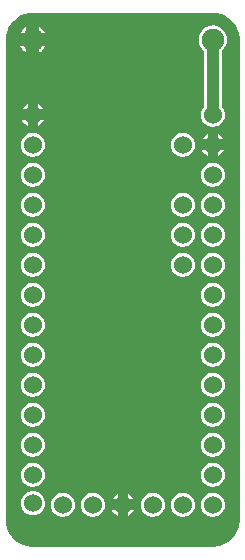
<source format=gbl>
G04 Layer: BottomLayer*
G04 EasyEDA v6.4.25, 2022-02-03T13:57:38+11:00*
G04 a67cddfb3fce44daa9051d46cbbcc19f,10*
G04 Gerber Generator version 0.2*
G04 Scale: 100 percent, Rotated: No, Reflected: No *
G04 Dimensions in millimeters *
G04 leading zeros omitted , absolute positions ,4 integer and 5 decimal *
%FSLAX45Y45*%
%MOMM*%

%ADD11C,1.0000*%
%ADD12C,0.6096*%
%ADD15C,1.5240*%
%ADD16C,1.9000*%

%LPD*%
G36*
X254304Y25908D02*
G01*
X233679Y26873D01*
X213969Y29514D01*
X194564Y33832D01*
X175564Y39878D01*
X157226Y47498D01*
X139598Y56743D01*
X122834Y67462D01*
X107086Y79603D01*
X92456Y93065D01*
X79044Y107746D01*
X66954Y123545D01*
X56286Y140360D01*
X47142Y158038D01*
X39573Y176428D01*
X33629Y195427D01*
X29362Y214833D01*
X26771Y234543D01*
X25908Y254762D01*
X25908Y4317238D01*
X26873Y4338320D01*
X29514Y4358030D01*
X33832Y4377436D01*
X39878Y4396435D01*
X47498Y4414774D01*
X56743Y4432401D01*
X67462Y4449165D01*
X79603Y4464913D01*
X93065Y4479544D01*
X107746Y4492955D01*
X123545Y4505045D01*
X140360Y4515713D01*
X158038Y4524857D01*
X176428Y4532426D01*
X195427Y4538370D01*
X214833Y4542637D01*
X234543Y4545228D01*
X254762Y4546092D01*
X1777238Y4546092D01*
X1798320Y4545126D01*
X1818030Y4542485D01*
X1837436Y4538167D01*
X1856435Y4532122D01*
X1874774Y4524502D01*
X1892401Y4515256D01*
X1909165Y4504537D01*
X1924913Y4492396D01*
X1939543Y4478934D01*
X1953006Y4464253D01*
X1965045Y4448454D01*
X1975713Y4431639D01*
X1984857Y4413961D01*
X1992426Y4395571D01*
X1998370Y4376572D01*
X2002637Y4357166D01*
X2005228Y4337456D01*
X2006092Y4317238D01*
X2006092Y254762D01*
X2005126Y233679D01*
X2002485Y213969D01*
X1998167Y194564D01*
X1992122Y175564D01*
X1984502Y157226D01*
X1975256Y139598D01*
X1964537Y122834D01*
X1952396Y107086D01*
X1938934Y92456D01*
X1924253Y78994D01*
X1908454Y66954D01*
X1891639Y56286D01*
X1873961Y47142D01*
X1855571Y39573D01*
X1836572Y33629D01*
X1817166Y29362D01*
X1797456Y26771D01*
X1777238Y25908D01*
G37*

%LPC*%
G36*
X307848Y4371848D02*
G01*
X362051Y4371848D01*
X360527Y4375200D01*
X352653Y4387850D01*
X343357Y4399432D01*
X332638Y4409795D01*
X320751Y4418787D01*
X307848Y4426254D01*
G37*
G36*
X1524000Y278892D02*
G01*
X1537614Y279806D01*
X1550974Y282549D01*
X1563878Y287020D01*
X1576019Y293166D01*
X1587246Y300888D01*
X1597406Y310032D01*
X1606194Y320446D01*
X1613509Y331927D01*
X1619250Y344322D01*
X1623314Y357327D01*
X1625549Y370789D01*
X1626006Y384403D01*
X1624685Y397967D01*
X1621485Y411226D01*
X1616608Y423976D01*
X1610055Y435914D01*
X1601978Y446887D01*
X1592478Y456692D01*
X1581759Y465175D01*
X1570024Y472135D01*
X1557477Y477418D01*
X1544320Y481025D01*
X1530807Y482854D01*
X1517192Y482854D01*
X1503680Y481025D01*
X1490522Y477418D01*
X1477975Y472135D01*
X1466240Y465175D01*
X1455521Y456692D01*
X1446022Y446887D01*
X1437944Y435914D01*
X1431391Y423976D01*
X1426514Y411226D01*
X1423314Y397967D01*
X1421993Y384403D01*
X1422450Y370789D01*
X1424686Y357327D01*
X1428750Y344322D01*
X1434490Y331927D01*
X1441805Y320446D01*
X1450594Y310032D01*
X1460754Y300888D01*
X1471980Y293166D01*
X1484122Y287020D01*
X1497025Y282549D01*
X1510385Y279806D01*
G37*
G36*
X1270000Y278892D02*
G01*
X1283614Y279806D01*
X1296974Y282549D01*
X1309878Y287020D01*
X1322019Y293166D01*
X1333246Y300888D01*
X1343406Y310032D01*
X1352194Y320446D01*
X1359509Y331927D01*
X1365250Y344322D01*
X1369314Y357327D01*
X1371549Y370789D01*
X1372006Y384403D01*
X1370685Y397967D01*
X1367485Y411226D01*
X1362608Y423976D01*
X1356055Y435914D01*
X1347978Y446887D01*
X1338478Y456692D01*
X1327759Y465175D01*
X1316024Y472135D01*
X1303477Y477418D01*
X1290320Y481025D01*
X1276807Y482854D01*
X1263192Y482854D01*
X1249680Y481025D01*
X1236522Y477418D01*
X1223975Y472135D01*
X1212240Y465175D01*
X1201521Y456692D01*
X1192022Y446887D01*
X1183944Y435914D01*
X1177391Y423976D01*
X1172514Y411226D01*
X1169314Y397967D01*
X1167993Y384403D01*
X1168450Y370789D01*
X1170686Y357327D01*
X1174750Y344322D01*
X1180490Y331927D01*
X1187805Y320446D01*
X1196594Y310032D01*
X1206754Y300888D01*
X1217980Y293166D01*
X1230122Y287020D01*
X1243025Y282549D01*
X1256385Y279806D01*
G37*
G36*
X1778000Y278892D02*
G01*
X1791614Y279806D01*
X1804974Y282549D01*
X1817878Y287020D01*
X1830019Y293166D01*
X1841246Y300888D01*
X1851406Y310032D01*
X1860194Y320446D01*
X1867509Y331927D01*
X1873250Y344322D01*
X1877314Y357327D01*
X1879549Y370789D01*
X1880006Y384403D01*
X1878685Y397967D01*
X1875485Y411226D01*
X1870608Y423976D01*
X1864055Y435914D01*
X1855978Y446887D01*
X1846478Y456692D01*
X1835759Y465175D01*
X1824024Y472135D01*
X1811477Y477418D01*
X1798320Y481025D01*
X1784807Y482854D01*
X1771192Y482854D01*
X1757680Y481025D01*
X1744522Y477418D01*
X1731975Y472135D01*
X1720240Y465175D01*
X1709521Y456692D01*
X1700022Y446887D01*
X1691944Y435914D01*
X1685391Y423976D01*
X1680514Y411226D01*
X1677314Y397967D01*
X1675993Y384403D01*
X1676450Y370789D01*
X1678686Y357327D01*
X1682750Y344322D01*
X1688490Y331927D01*
X1695805Y320446D01*
X1704593Y310032D01*
X1714754Y300888D01*
X1725980Y293166D01*
X1738122Y287020D01*
X1751025Y282549D01*
X1764385Y279806D01*
G37*
G36*
X508000Y278892D02*
G01*
X521614Y279806D01*
X534974Y282549D01*
X547878Y287020D01*
X560019Y293166D01*
X571246Y300888D01*
X581406Y310032D01*
X590194Y320446D01*
X597509Y331927D01*
X603250Y344322D01*
X607314Y357327D01*
X609549Y370789D01*
X610006Y384403D01*
X608685Y397967D01*
X605485Y411226D01*
X600608Y423976D01*
X594055Y435914D01*
X585978Y446887D01*
X576478Y456692D01*
X565759Y465175D01*
X554024Y472135D01*
X541477Y477418D01*
X528320Y481025D01*
X514807Y482854D01*
X501192Y482854D01*
X487680Y481025D01*
X474522Y477418D01*
X461975Y472135D01*
X450240Y465175D01*
X439521Y456692D01*
X430022Y446887D01*
X421944Y435914D01*
X415391Y423976D01*
X410514Y411226D01*
X407314Y397967D01*
X405993Y384403D01*
X406450Y370789D01*
X408686Y357327D01*
X412750Y344322D01*
X418490Y331927D01*
X425805Y320446D01*
X434593Y310032D01*
X444754Y300888D01*
X455980Y293166D01*
X468122Y287020D01*
X481025Y282549D01*
X494385Y279806D01*
G37*
G36*
X1060450Y289356D02*
G01*
X1068019Y293166D01*
X1079246Y300888D01*
X1089406Y310032D01*
X1098194Y320446D01*
X1105509Y331927D01*
X1107643Y336550D01*
X1060450Y336550D01*
G37*
G36*
X971550Y289356D02*
G01*
X971550Y336550D01*
X924356Y336550D01*
X926490Y331927D01*
X933805Y320446D01*
X942594Y310032D01*
X952753Y300888D01*
X963980Y293166D01*
G37*
G36*
X254000Y291592D02*
G01*
X267614Y292506D01*
X280974Y295249D01*
X293878Y299720D01*
X306019Y305866D01*
X317246Y313588D01*
X327406Y322732D01*
X336194Y333146D01*
X343509Y344627D01*
X349250Y357022D01*
X353314Y370027D01*
X355549Y383489D01*
X356006Y397103D01*
X354685Y410667D01*
X351485Y423926D01*
X346608Y436676D01*
X340055Y448614D01*
X331978Y459587D01*
X322478Y469392D01*
X311759Y477875D01*
X300024Y484835D01*
X287477Y490118D01*
X274320Y493725D01*
X260807Y495554D01*
X247192Y495554D01*
X233679Y493725D01*
X220522Y490118D01*
X207975Y484835D01*
X196240Y477875D01*
X185521Y469392D01*
X176022Y459587D01*
X167944Y448614D01*
X161391Y436676D01*
X156514Y423926D01*
X153314Y410667D01*
X151993Y397103D01*
X152450Y383489D01*
X154686Y370027D01*
X158750Y357022D01*
X164490Y344627D01*
X171805Y333146D01*
X180594Y322732D01*
X190754Y313588D01*
X201980Y305866D01*
X214121Y299720D01*
X227025Y295249D01*
X240385Y292506D01*
G37*
G36*
X924204Y425450D02*
G01*
X971550Y425450D01*
X971550Y472795D01*
X969975Y472135D01*
X958240Y465175D01*
X947521Y456692D01*
X938021Y446887D01*
X929944Y435914D01*
G37*
G36*
X1060450Y425450D02*
G01*
X1107795Y425450D01*
X1102055Y435914D01*
X1093978Y446887D01*
X1084478Y456692D01*
X1073759Y465175D01*
X1062024Y472135D01*
X1060450Y472795D01*
G37*
G36*
X1778000Y532892D02*
G01*
X1791614Y533806D01*
X1804974Y536549D01*
X1817878Y541020D01*
X1830019Y547166D01*
X1841246Y554888D01*
X1851406Y564032D01*
X1860194Y574446D01*
X1867509Y585927D01*
X1873250Y598322D01*
X1877314Y611327D01*
X1879549Y624789D01*
X1880006Y638403D01*
X1878685Y651967D01*
X1875485Y665226D01*
X1870608Y677976D01*
X1864055Y689914D01*
X1855978Y700887D01*
X1846478Y710692D01*
X1835759Y719175D01*
X1824024Y726135D01*
X1811477Y731418D01*
X1798320Y735025D01*
X1784807Y736854D01*
X1771192Y736854D01*
X1757680Y735025D01*
X1744522Y731418D01*
X1731975Y726135D01*
X1720240Y719175D01*
X1709521Y710692D01*
X1700022Y700887D01*
X1691944Y689914D01*
X1685391Y677976D01*
X1680514Y665226D01*
X1677314Y651967D01*
X1675993Y638403D01*
X1676450Y624789D01*
X1678686Y611327D01*
X1682750Y598322D01*
X1688490Y585927D01*
X1695805Y574446D01*
X1704593Y564032D01*
X1714754Y554888D01*
X1725980Y547166D01*
X1738122Y541020D01*
X1751025Y536549D01*
X1764385Y533806D01*
G37*
G36*
X254000Y532892D02*
G01*
X267614Y533806D01*
X280974Y536549D01*
X293878Y541020D01*
X306019Y547166D01*
X317246Y554888D01*
X327406Y564032D01*
X336194Y574446D01*
X343509Y585927D01*
X349250Y598322D01*
X353314Y611327D01*
X355549Y624789D01*
X356006Y638403D01*
X354685Y651967D01*
X351485Y665226D01*
X346608Y677976D01*
X340055Y689914D01*
X331978Y700887D01*
X322478Y710692D01*
X311759Y719175D01*
X300024Y726135D01*
X287477Y731418D01*
X274320Y735025D01*
X260807Y736854D01*
X247192Y736854D01*
X233679Y735025D01*
X220522Y731418D01*
X207975Y726135D01*
X196240Y719175D01*
X185521Y710692D01*
X176022Y700887D01*
X167944Y689914D01*
X161391Y677976D01*
X156514Y665226D01*
X153314Y651967D01*
X151993Y638403D01*
X152450Y624789D01*
X154686Y611327D01*
X158750Y598322D01*
X164490Y585927D01*
X171805Y574446D01*
X180594Y564032D01*
X190754Y554888D01*
X201980Y547166D01*
X214121Y541020D01*
X227025Y536549D01*
X240385Y533806D01*
G37*
G36*
X1778000Y786892D02*
G01*
X1791614Y787806D01*
X1804974Y790549D01*
X1817878Y795020D01*
X1830019Y801166D01*
X1841246Y808888D01*
X1851406Y818032D01*
X1860194Y828446D01*
X1867509Y839927D01*
X1873250Y852322D01*
X1877314Y865327D01*
X1879549Y878789D01*
X1880006Y892403D01*
X1878685Y905967D01*
X1875485Y919226D01*
X1870608Y931976D01*
X1864055Y943914D01*
X1855978Y954887D01*
X1846478Y964692D01*
X1835759Y973175D01*
X1824024Y980135D01*
X1811477Y985418D01*
X1798320Y989025D01*
X1784807Y990853D01*
X1771192Y990853D01*
X1757680Y989025D01*
X1744522Y985418D01*
X1731975Y980135D01*
X1720240Y973175D01*
X1709521Y964692D01*
X1700022Y954887D01*
X1691944Y943914D01*
X1685391Y931976D01*
X1680514Y919226D01*
X1677314Y905967D01*
X1675993Y892403D01*
X1676450Y878789D01*
X1678686Y865327D01*
X1682750Y852322D01*
X1688490Y839927D01*
X1695805Y828446D01*
X1704593Y818032D01*
X1714754Y808888D01*
X1725980Y801166D01*
X1738122Y795020D01*
X1751025Y790549D01*
X1764385Y787806D01*
G37*
G36*
X254000Y786892D02*
G01*
X267614Y787806D01*
X280974Y790549D01*
X293878Y795020D01*
X306019Y801166D01*
X317246Y808888D01*
X327406Y818032D01*
X336194Y828446D01*
X343509Y839927D01*
X349250Y852322D01*
X353314Y865327D01*
X355549Y878789D01*
X356006Y892403D01*
X354685Y905967D01*
X351485Y919226D01*
X346608Y931976D01*
X340055Y943914D01*
X331978Y954887D01*
X322478Y964692D01*
X311759Y973175D01*
X300024Y980135D01*
X287477Y985418D01*
X274320Y989025D01*
X260807Y990853D01*
X247192Y990853D01*
X233679Y989025D01*
X220522Y985418D01*
X207975Y980135D01*
X196240Y973175D01*
X185521Y964692D01*
X176022Y954887D01*
X167944Y943914D01*
X161391Y931976D01*
X156514Y919226D01*
X153314Y905967D01*
X151993Y892403D01*
X152450Y878789D01*
X154686Y865327D01*
X158750Y852322D01*
X164490Y839927D01*
X171805Y828446D01*
X180594Y818032D01*
X190754Y808888D01*
X201980Y801166D01*
X214121Y795020D01*
X227025Y790549D01*
X240385Y787806D01*
G37*
G36*
X1778000Y1040892D02*
G01*
X1791614Y1041806D01*
X1804974Y1044549D01*
X1817878Y1049020D01*
X1830019Y1055166D01*
X1841246Y1062888D01*
X1851406Y1072032D01*
X1860194Y1082446D01*
X1867509Y1093927D01*
X1873250Y1106322D01*
X1877314Y1119327D01*
X1879549Y1132789D01*
X1880006Y1146403D01*
X1878685Y1159967D01*
X1875485Y1173226D01*
X1870608Y1185976D01*
X1864055Y1197914D01*
X1855978Y1208887D01*
X1846478Y1218692D01*
X1835759Y1227175D01*
X1824024Y1234135D01*
X1811477Y1239418D01*
X1798320Y1243025D01*
X1784807Y1244854D01*
X1771192Y1244854D01*
X1757680Y1243025D01*
X1744522Y1239418D01*
X1731975Y1234135D01*
X1720240Y1227175D01*
X1709521Y1218692D01*
X1700022Y1208887D01*
X1691944Y1197914D01*
X1685391Y1185976D01*
X1680514Y1173226D01*
X1677314Y1159967D01*
X1675993Y1146403D01*
X1676450Y1132789D01*
X1678686Y1119327D01*
X1682750Y1106322D01*
X1688490Y1093927D01*
X1695805Y1082446D01*
X1704593Y1072032D01*
X1714754Y1062888D01*
X1725980Y1055166D01*
X1738122Y1049020D01*
X1751025Y1044549D01*
X1764385Y1041806D01*
G37*
G36*
X254000Y1040892D02*
G01*
X267614Y1041806D01*
X280974Y1044549D01*
X293878Y1049020D01*
X306019Y1055166D01*
X317246Y1062888D01*
X327406Y1072032D01*
X336194Y1082446D01*
X343509Y1093927D01*
X349250Y1106322D01*
X353314Y1119327D01*
X355549Y1132789D01*
X356006Y1146403D01*
X354685Y1159967D01*
X351485Y1173226D01*
X346608Y1185976D01*
X340055Y1197914D01*
X331978Y1208887D01*
X322478Y1218692D01*
X311759Y1227175D01*
X300024Y1234135D01*
X287477Y1239418D01*
X274320Y1243025D01*
X260807Y1244854D01*
X247192Y1244854D01*
X233679Y1243025D01*
X220522Y1239418D01*
X207975Y1234135D01*
X196240Y1227175D01*
X185521Y1218692D01*
X176022Y1208887D01*
X167944Y1197914D01*
X161391Y1185976D01*
X156514Y1173226D01*
X153314Y1159967D01*
X151993Y1146403D01*
X152450Y1132789D01*
X154686Y1119327D01*
X158750Y1106322D01*
X164490Y1093927D01*
X171805Y1082446D01*
X180594Y1072032D01*
X190754Y1062888D01*
X201980Y1055166D01*
X214121Y1049020D01*
X227025Y1044549D01*
X240385Y1041806D01*
G37*
G36*
X1778000Y1294892D02*
G01*
X1791614Y1295806D01*
X1804974Y1298549D01*
X1817878Y1303020D01*
X1830019Y1309166D01*
X1841246Y1316888D01*
X1851406Y1326032D01*
X1860194Y1336446D01*
X1867509Y1347927D01*
X1873250Y1360322D01*
X1877314Y1373327D01*
X1879549Y1386789D01*
X1880006Y1400403D01*
X1878685Y1413967D01*
X1875485Y1427226D01*
X1870608Y1439976D01*
X1864055Y1451914D01*
X1855978Y1462887D01*
X1846478Y1472692D01*
X1835759Y1481175D01*
X1824024Y1488135D01*
X1811477Y1493418D01*
X1798320Y1497025D01*
X1784807Y1498854D01*
X1771192Y1498854D01*
X1757680Y1497025D01*
X1744522Y1493418D01*
X1731975Y1488135D01*
X1720240Y1481175D01*
X1709521Y1472692D01*
X1700022Y1462887D01*
X1691944Y1451914D01*
X1685391Y1439976D01*
X1680514Y1427226D01*
X1677314Y1413967D01*
X1675993Y1400403D01*
X1676450Y1386789D01*
X1678686Y1373327D01*
X1682750Y1360322D01*
X1688490Y1347927D01*
X1695805Y1336446D01*
X1704593Y1326032D01*
X1714754Y1316888D01*
X1725980Y1309166D01*
X1738122Y1303020D01*
X1751025Y1298549D01*
X1764385Y1295806D01*
G37*
G36*
X254000Y1294892D02*
G01*
X267614Y1295806D01*
X280974Y1298549D01*
X293878Y1303020D01*
X306019Y1309166D01*
X317246Y1316888D01*
X327406Y1326032D01*
X336194Y1336446D01*
X343509Y1347927D01*
X349250Y1360322D01*
X353314Y1373327D01*
X355549Y1386789D01*
X356006Y1400403D01*
X354685Y1413967D01*
X351485Y1427226D01*
X346608Y1439976D01*
X340055Y1451914D01*
X331978Y1462887D01*
X322478Y1472692D01*
X311759Y1481175D01*
X300024Y1488135D01*
X287477Y1493418D01*
X274320Y1497025D01*
X260807Y1498854D01*
X247192Y1498854D01*
X233679Y1497025D01*
X220522Y1493418D01*
X207975Y1488135D01*
X196240Y1481175D01*
X185521Y1472692D01*
X176022Y1462887D01*
X167944Y1451914D01*
X161391Y1439976D01*
X156514Y1427226D01*
X153314Y1413967D01*
X151993Y1400403D01*
X152450Y1386789D01*
X154686Y1373327D01*
X158750Y1360322D01*
X164490Y1347927D01*
X171805Y1336446D01*
X180594Y1326032D01*
X190754Y1316888D01*
X201980Y1309166D01*
X214121Y1303020D01*
X227025Y1298549D01*
X240385Y1295806D01*
G37*
G36*
X1778000Y1548892D02*
G01*
X1791614Y1549806D01*
X1804974Y1552549D01*
X1817878Y1557020D01*
X1830019Y1563166D01*
X1841246Y1570888D01*
X1851406Y1580032D01*
X1860194Y1590446D01*
X1867509Y1601927D01*
X1873250Y1614322D01*
X1877314Y1627327D01*
X1879549Y1640789D01*
X1880006Y1654403D01*
X1878685Y1667967D01*
X1875485Y1681225D01*
X1870608Y1693976D01*
X1864055Y1705914D01*
X1855978Y1716887D01*
X1846478Y1726692D01*
X1835759Y1735175D01*
X1824024Y1742135D01*
X1811477Y1747418D01*
X1798320Y1751025D01*
X1784807Y1752854D01*
X1771192Y1752854D01*
X1757680Y1751025D01*
X1744522Y1747418D01*
X1731975Y1742135D01*
X1720240Y1735175D01*
X1709521Y1726692D01*
X1700022Y1716887D01*
X1691944Y1705914D01*
X1685391Y1693976D01*
X1680514Y1681225D01*
X1677314Y1667967D01*
X1675993Y1654403D01*
X1676450Y1640789D01*
X1678686Y1627327D01*
X1682750Y1614322D01*
X1688490Y1601927D01*
X1695805Y1590446D01*
X1704593Y1580032D01*
X1714754Y1570888D01*
X1725980Y1563166D01*
X1738122Y1557020D01*
X1751025Y1552549D01*
X1764385Y1549806D01*
G37*
G36*
X254000Y1548892D02*
G01*
X267614Y1549806D01*
X280974Y1552549D01*
X293878Y1557020D01*
X306019Y1563166D01*
X317246Y1570888D01*
X327406Y1580032D01*
X336194Y1590446D01*
X343509Y1601927D01*
X349250Y1614322D01*
X353314Y1627327D01*
X355549Y1640789D01*
X356006Y1654403D01*
X354685Y1667967D01*
X351485Y1681225D01*
X346608Y1693976D01*
X340055Y1705914D01*
X331978Y1716887D01*
X322478Y1726692D01*
X311759Y1735175D01*
X300024Y1742135D01*
X287477Y1747418D01*
X274320Y1751025D01*
X260807Y1752854D01*
X247192Y1752854D01*
X233679Y1751025D01*
X220522Y1747418D01*
X207975Y1742135D01*
X196240Y1735175D01*
X185521Y1726692D01*
X176022Y1716887D01*
X167944Y1705914D01*
X161391Y1693976D01*
X156514Y1681225D01*
X153314Y1667967D01*
X151993Y1654403D01*
X152450Y1640789D01*
X154686Y1627327D01*
X158750Y1614322D01*
X164490Y1601927D01*
X171805Y1590446D01*
X180594Y1580032D01*
X190754Y1570888D01*
X201980Y1563166D01*
X214121Y1557020D01*
X227025Y1552549D01*
X240385Y1549806D01*
G37*
G36*
X1778000Y1802892D02*
G01*
X1791614Y1803806D01*
X1804974Y1806549D01*
X1817878Y1811020D01*
X1830019Y1817166D01*
X1841246Y1824888D01*
X1851406Y1834032D01*
X1860194Y1844446D01*
X1867509Y1855927D01*
X1873250Y1868322D01*
X1877314Y1881327D01*
X1879549Y1894789D01*
X1880006Y1908403D01*
X1878685Y1921967D01*
X1875485Y1935225D01*
X1870608Y1947976D01*
X1864055Y1959914D01*
X1855978Y1970887D01*
X1846478Y1980692D01*
X1835759Y1989175D01*
X1824024Y1996135D01*
X1811477Y2001418D01*
X1798320Y2005025D01*
X1784807Y2006854D01*
X1771192Y2006854D01*
X1757680Y2005025D01*
X1744522Y2001418D01*
X1731975Y1996135D01*
X1720240Y1989175D01*
X1709521Y1980692D01*
X1700022Y1970887D01*
X1691944Y1959914D01*
X1685391Y1947976D01*
X1680514Y1935225D01*
X1677314Y1921967D01*
X1675993Y1908403D01*
X1676450Y1894789D01*
X1678686Y1881327D01*
X1682750Y1868322D01*
X1688490Y1855927D01*
X1695805Y1844446D01*
X1704593Y1834032D01*
X1714754Y1824888D01*
X1725980Y1817166D01*
X1738122Y1811020D01*
X1751025Y1806549D01*
X1764385Y1803806D01*
G37*
G36*
X254000Y1802892D02*
G01*
X267614Y1803806D01*
X280974Y1806549D01*
X293878Y1811020D01*
X306019Y1817166D01*
X317246Y1824888D01*
X327406Y1834032D01*
X336194Y1844446D01*
X343509Y1855927D01*
X349250Y1868322D01*
X353314Y1881327D01*
X355549Y1894789D01*
X356006Y1908403D01*
X354685Y1921967D01*
X351485Y1935225D01*
X346608Y1947976D01*
X340055Y1959914D01*
X331978Y1970887D01*
X322478Y1980692D01*
X311759Y1989175D01*
X300024Y1996135D01*
X287477Y2001418D01*
X274320Y2005025D01*
X260807Y2006854D01*
X247192Y2006854D01*
X233679Y2005025D01*
X220522Y2001418D01*
X207975Y1996135D01*
X196240Y1989175D01*
X185521Y1980692D01*
X176022Y1970887D01*
X167944Y1959914D01*
X161391Y1947976D01*
X156514Y1935225D01*
X153314Y1921967D01*
X151993Y1908403D01*
X152450Y1894789D01*
X154686Y1881327D01*
X158750Y1868322D01*
X164490Y1855927D01*
X171805Y1844446D01*
X180594Y1834032D01*
X190754Y1824888D01*
X201980Y1817166D01*
X214121Y1811020D01*
X227025Y1806549D01*
X240385Y1803806D01*
G37*
G36*
X1778000Y2056892D02*
G01*
X1791614Y2057806D01*
X1804974Y2060549D01*
X1817878Y2065020D01*
X1830019Y2071166D01*
X1841246Y2078888D01*
X1851406Y2088032D01*
X1860194Y2098446D01*
X1867509Y2109927D01*
X1873250Y2122322D01*
X1877314Y2135327D01*
X1879549Y2148789D01*
X1880006Y2162403D01*
X1878685Y2175967D01*
X1875485Y2189226D01*
X1870608Y2201976D01*
X1864055Y2213914D01*
X1855978Y2224887D01*
X1846478Y2234692D01*
X1835759Y2243175D01*
X1824024Y2250135D01*
X1811477Y2255418D01*
X1798320Y2259025D01*
X1784807Y2260854D01*
X1771192Y2260854D01*
X1757680Y2259025D01*
X1744522Y2255418D01*
X1731975Y2250135D01*
X1720240Y2243175D01*
X1709521Y2234692D01*
X1700022Y2224887D01*
X1691944Y2213914D01*
X1685391Y2201976D01*
X1680514Y2189226D01*
X1677314Y2175967D01*
X1675993Y2162403D01*
X1676450Y2148789D01*
X1678686Y2135327D01*
X1682750Y2122322D01*
X1688490Y2109927D01*
X1695805Y2098446D01*
X1704593Y2088032D01*
X1714754Y2078888D01*
X1725980Y2071166D01*
X1738122Y2065020D01*
X1751025Y2060549D01*
X1764385Y2057806D01*
G37*
G36*
X254000Y2056892D02*
G01*
X267614Y2057806D01*
X280974Y2060549D01*
X293878Y2065020D01*
X306019Y2071166D01*
X317246Y2078888D01*
X327406Y2088032D01*
X336194Y2098446D01*
X343509Y2109927D01*
X349250Y2122322D01*
X353314Y2135327D01*
X355549Y2148789D01*
X356006Y2162403D01*
X354685Y2175967D01*
X351485Y2189226D01*
X346608Y2201976D01*
X340055Y2213914D01*
X331978Y2224887D01*
X322478Y2234692D01*
X311759Y2243175D01*
X300024Y2250135D01*
X287477Y2255418D01*
X274320Y2259025D01*
X260807Y2260854D01*
X247192Y2260854D01*
X233679Y2259025D01*
X220522Y2255418D01*
X207975Y2250135D01*
X196240Y2243175D01*
X185521Y2234692D01*
X176022Y2224887D01*
X167944Y2213914D01*
X161391Y2201976D01*
X156514Y2189226D01*
X153314Y2175967D01*
X151993Y2162403D01*
X152450Y2148789D01*
X154686Y2135327D01*
X158750Y2122322D01*
X164490Y2109927D01*
X171805Y2098446D01*
X180594Y2088032D01*
X190754Y2078888D01*
X201980Y2071166D01*
X214121Y2065020D01*
X227025Y2060549D01*
X240385Y2057806D01*
G37*
G36*
X762000Y278892D02*
G01*
X775614Y279806D01*
X788974Y282549D01*
X801878Y287020D01*
X814019Y293166D01*
X825246Y300888D01*
X835406Y310032D01*
X844194Y320446D01*
X851509Y331927D01*
X857250Y344322D01*
X861314Y357327D01*
X863549Y370789D01*
X864006Y384403D01*
X862685Y397967D01*
X859485Y411226D01*
X854608Y423976D01*
X848055Y435914D01*
X839978Y446887D01*
X830478Y456692D01*
X819759Y465175D01*
X808024Y472135D01*
X795477Y477418D01*
X782320Y481025D01*
X768807Y482854D01*
X755192Y482854D01*
X741680Y481025D01*
X728522Y477418D01*
X715975Y472135D01*
X704240Y465175D01*
X693521Y456692D01*
X684022Y446887D01*
X675944Y435914D01*
X669391Y423976D01*
X664514Y411226D01*
X661314Y397967D01*
X659993Y384403D01*
X660450Y370789D01*
X662686Y357327D01*
X666750Y344322D01*
X672490Y331927D01*
X679805Y320446D01*
X688594Y310032D01*
X698754Y300888D01*
X709980Y293166D01*
X722122Y287020D01*
X735025Y282549D01*
X748385Y279806D01*
G37*
G36*
X254000Y2310892D02*
G01*
X267614Y2311806D01*
X280974Y2314549D01*
X293878Y2319020D01*
X306019Y2325166D01*
X317246Y2332888D01*
X327406Y2342032D01*
X336194Y2352446D01*
X343509Y2363927D01*
X349250Y2376322D01*
X353314Y2389327D01*
X355549Y2402789D01*
X356006Y2416403D01*
X354685Y2429967D01*
X351485Y2443226D01*
X346608Y2455976D01*
X340055Y2467914D01*
X331978Y2478887D01*
X322478Y2488692D01*
X311759Y2497175D01*
X300024Y2504135D01*
X287477Y2509418D01*
X274320Y2513025D01*
X260807Y2514854D01*
X247192Y2514854D01*
X233679Y2513025D01*
X220522Y2509418D01*
X207975Y2504135D01*
X196240Y2497175D01*
X185521Y2488692D01*
X176022Y2478887D01*
X167944Y2467914D01*
X161391Y2455976D01*
X156514Y2443226D01*
X153314Y2429967D01*
X151993Y2416403D01*
X152450Y2402789D01*
X154686Y2389327D01*
X158750Y2376322D01*
X164490Y2363927D01*
X171805Y2352446D01*
X180594Y2342032D01*
X190754Y2332888D01*
X201980Y2325166D01*
X214121Y2319020D01*
X227025Y2314549D01*
X240385Y2311806D01*
G37*
G36*
X1524000Y2310892D02*
G01*
X1537614Y2311806D01*
X1550974Y2314549D01*
X1563878Y2319020D01*
X1576019Y2325166D01*
X1587246Y2332888D01*
X1597406Y2342032D01*
X1606194Y2352446D01*
X1613509Y2363927D01*
X1619250Y2376322D01*
X1623314Y2389327D01*
X1625549Y2402789D01*
X1626006Y2416403D01*
X1624685Y2429967D01*
X1621485Y2443226D01*
X1616608Y2455976D01*
X1610055Y2467914D01*
X1601978Y2478887D01*
X1592478Y2488692D01*
X1581759Y2497175D01*
X1570024Y2504135D01*
X1557477Y2509418D01*
X1544320Y2513025D01*
X1530807Y2514854D01*
X1517192Y2514854D01*
X1503680Y2513025D01*
X1490522Y2509418D01*
X1477975Y2504135D01*
X1466240Y2497175D01*
X1455521Y2488692D01*
X1446022Y2478887D01*
X1437944Y2467914D01*
X1431391Y2455976D01*
X1426514Y2443226D01*
X1423314Y2429967D01*
X1421993Y2416403D01*
X1422450Y2402789D01*
X1424686Y2389327D01*
X1428750Y2376322D01*
X1434490Y2363927D01*
X1441805Y2352446D01*
X1450594Y2342032D01*
X1460754Y2332888D01*
X1471980Y2325166D01*
X1484122Y2319020D01*
X1497025Y2314549D01*
X1510385Y2311806D01*
G37*
G36*
X1778000Y2564892D02*
G01*
X1791614Y2565806D01*
X1804974Y2568549D01*
X1817878Y2573020D01*
X1830019Y2579166D01*
X1841246Y2586888D01*
X1851406Y2596032D01*
X1860194Y2606446D01*
X1867509Y2617927D01*
X1873250Y2630322D01*
X1877314Y2643327D01*
X1879549Y2656789D01*
X1880006Y2670403D01*
X1878685Y2683967D01*
X1875485Y2697226D01*
X1870608Y2709976D01*
X1864055Y2721914D01*
X1855978Y2732887D01*
X1846478Y2742692D01*
X1835759Y2751175D01*
X1824024Y2758135D01*
X1811477Y2763418D01*
X1798320Y2767025D01*
X1784807Y2768854D01*
X1771192Y2768854D01*
X1757680Y2767025D01*
X1744522Y2763418D01*
X1731975Y2758135D01*
X1720240Y2751175D01*
X1709521Y2742692D01*
X1700022Y2732887D01*
X1691944Y2721914D01*
X1685391Y2709976D01*
X1680514Y2697226D01*
X1677314Y2683967D01*
X1675993Y2670403D01*
X1676450Y2656789D01*
X1678686Y2643327D01*
X1682750Y2630322D01*
X1688490Y2617927D01*
X1695805Y2606446D01*
X1704593Y2596032D01*
X1714754Y2586888D01*
X1725980Y2579166D01*
X1738122Y2573020D01*
X1751025Y2568549D01*
X1764385Y2565806D01*
G37*
G36*
X254000Y2564892D02*
G01*
X267614Y2565806D01*
X280974Y2568549D01*
X293878Y2573020D01*
X306019Y2579166D01*
X317246Y2586888D01*
X327406Y2596032D01*
X336194Y2606446D01*
X343509Y2617927D01*
X349250Y2630322D01*
X353314Y2643327D01*
X355549Y2656789D01*
X356006Y2670403D01*
X354685Y2683967D01*
X351485Y2697226D01*
X346608Y2709976D01*
X340055Y2721914D01*
X331978Y2732887D01*
X322478Y2742692D01*
X311759Y2751175D01*
X300024Y2758135D01*
X287477Y2763418D01*
X274320Y2767025D01*
X260807Y2768854D01*
X247192Y2768854D01*
X233679Y2767025D01*
X220522Y2763418D01*
X207975Y2758135D01*
X196240Y2751175D01*
X185521Y2742692D01*
X176022Y2732887D01*
X167944Y2721914D01*
X161391Y2709976D01*
X156514Y2697226D01*
X153314Y2683967D01*
X151993Y2670403D01*
X152450Y2656789D01*
X154686Y2643327D01*
X158750Y2630322D01*
X164490Y2617927D01*
X171805Y2606446D01*
X180594Y2596032D01*
X190754Y2586888D01*
X201980Y2579166D01*
X214121Y2573020D01*
X227025Y2568549D01*
X240385Y2565806D01*
G37*
G36*
X1524000Y2564892D02*
G01*
X1537614Y2565806D01*
X1550974Y2568549D01*
X1563878Y2573020D01*
X1576019Y2579166D01*
X1587246Y2586888D01*
X1597406Y2596032D01*
X1606194Y2606446D01*
X1613509Y2617927D01*
X1619250Y2630322D01*
X1623314Y2643327D01*
X1625549Y2656789D01*
X1626006Y2670403D01*
X1624685Y2683967D01*
X1621485Y2697226D01*
X1616608Y2709976D01*
X1610055Y2721914D01*
X1601978Y2732887D01*
X1592478Y2742692D01*
X1581759Y2751175D01*
X1570024Y2758135D01*
X1557477Y2763418D01*
X1544320Y2767025D01*
X1530807Y2768854D01*
X1517192Y2768854D01*
X1503680Y2767025D01*
X1490522Y2763418D01*
X1477975Y2758135D01*
X1466240Y2751175D01*
X1455521Y2742692D01*
X1446022Y2732887D01*
X1437944Y2721914D01*
X1431391Y2709976D01*
X1426514Y2697226D01*
X1423314Y2683967D01*
X1421993Y2670403D01*
X1422450Y2656789D01*
X1424686Y2643327D01*
X1428750Y2630322D01*
X1434490Y2617927D01*
X1441805Y2606446D01*
X1450594Y2596032D01*
X1460754Y2586888D01*
X1471980Y2579166D01*
X1484122Y2573020D01*
X1497025Y2568549D01*
X1510385Y2565806D01*
G37*
G36*
X1778000Y2818892D02*
G01*
X1791614Y2819806D01*
X1804974Y2822549D01*
X1817878Y2827020D01*
X1830019Y2833166D01*
X1841246Y2840888D01*
X1851406Y2850032D01*
X1860194Y2860446D01*
X1867509Y2871927D01*
X1873250Y2884322D01*
X1877314Y2897327D01*
X1879549Y2910789D01*
X1880006Y2924403D01*
X1878685Y2937967D01*
X1875485Y2951226D01*
X1870608Y2963976D01*
X1864055Y2975914D01*
X1855978Y2986887D01*
X1846478Y2996692D01*
X1835759Y3005175D01*
X1824024Y3012135D01*
X1811477Y3017418D01*
X1798320Y3021025D01*
X1784807Y3022854D01*
X1771192Y3022854D01*
X1757680Y3021025D01*
X1744522Y3017418D01*
X1731975Y3012135D01*
X1720240Y3005175D01*
X1709521Y2996692D01*
X1700022Y2986887D01*
X1691944Y2975914D01*
X1685391Y2963976D01*
X1680514Y2951226D01*
X1677314Y2937967D01*
X1675993Y2924403D01*
X1676450Y2910789D01*
X1678686Y2897327D01*
X1682750Y2884322D01*
X1688490Y2871927D01*
X1695805Y2860446D01*
X1704593Y2850032D01*
X1714754Y2840888D01*
X1725980Y2833166D01*
X1738122Y2827020D01*
X1751025Y2822549D01*
X1764385Y2819806D01*
G37*
G36*
X254000Y2818892D02*
G01*
X267614Y2819806D01*
X280974Y2822549D01*
X293878Y2827020D01*
X306019Y2833166D01*
X317246Y2840888D01*
X327406Y2850032D01*
X336194Y2860446D01*
X343509Y2871927D01*
X349250Y2884322D01*
X353314Y2897327D01*
X355549Y2910789D01*
X356006Y2924403D01*
X354685Y2937967D01*
X351485Y2951226D01*
X346608Y2963976D01*
X340055Y2975914D01*
X331978Y2986887D01*
X322478Y2996692D01*
X311759Y3005175D01*
X300024Y3012135D01*
X287477Y3017418D01*
X274320Y3021025D01*
X260807Y3022854D01*
X247192Y3022854D01*
X233679Y3021025D01*
X220522Y3017418D01*
X207975Y3012135D01*
X196240Y3005175D01*
X185521Y2996692D01*
X176022Y2986887D01*
X167944Y2975914D01*
X161391Y2963976D01*
X156514Y2951226D01*
X153314Y2937967D01*
X151993Y2924403D01*
X152450Y2910789D01*
X154686Y2897327D01*
X158750Y2884322D01*
X164490Y2871927D01*
X171805Y2860446D01*
X180594Y2850032D01*
X190754Y2840888D01*
X201980Y2833166D01*
X214121Y2827020D01*
X227025Y2822549D01*
X240385Y2819806D01*
G37*
G36*
X1524000Y2818892D02*
G01*
X1537614Y2819806D01*
X1550974Y2822549D01*
X1563878Y2827020D01*
X1576019Y2833166D01*
X1587246Y2840888D01*
X1597406Y2850032D01*
X1606194Y2860446D01*
X1613509Y2871927D01*
X1619250Y2884322D01*
X1623314Y2897327D01*
X1625549Y2910789D01*
X1626006Y2924403D01*
X1624685Y2937967D01*
X1621485Y2951226D01*
X1616608Y2963976D01*
X1610055Y2975914D01*
X1601978Y2986887D01*
X1592478Y2996692D01*
X1581759Y3005175D01*
X1570024Y3012135D01*
X1557477Y3017418D01*
X1544320Y3021025D01*
X1530807Y3022854D01*
X1517192Y3022854D01*
X1503680Y3021025D01*
X1490522Y3017418D01*
X1477975Y3012135D01*
X1466240Y3005175D01*
X1455521Y2996692D01*
X1446022Y2986887D01*
X1437944Y2975914D01*
X1431391Y2963976D01*
X1426514Y2951226D01*
X1423314Y2937967D01*
X1421993Y2924403D01*
X1422450Y2910789D01*
X1424686Y2897327D01*
X1428750Y2884322D01*
X1434490Y2871927D01*
X1441805Y2860446D01*
X1450594Y2850032D01*
X1460754Y2840888D01*
X1471980Y2833166D01*
X1484122Y2827020D01*
X1497025Y2822549D01*
X1510385Y2819806D01*
G37*
G36*
X1778000Y3072892D02*
G01*
X1791614Y3073806D01*
X1804974Y3076549D01*
X1817878Y3081020D01*
X1830019Y3087166D01*
X1841246Y3094888D01*
X1851406Y3104032D01*
X1860194Y3114446D01*
X1867509Y3125927D01*
X1873250Y3138322D01*
X1877314Y3151327D01*
X1879549Y3164789D01*
X1880006Y3178403D01*
X1878685Y3191967D01*
X1875485Y3205226D01*
X1870608Y3217976D01*
X1864055Y3229914D01*
X1855978Y3240887D01*
X1846478Y3250692D01*
X1835759Y3259175D01*
X1824024Y3266135D01*
X1811477Y3271418D01*
X1798320Y3275025D01*
X1784807Y3276854D01*
X1771192Y3276854D01*
X1757680Y3275025D01*
X1744522Y3271418D01*
X1731975Y3266135D01*
X1720240Y3259175D01*
X1709521Y3250692D01*
X1700022Y3240887D01*
X1691944Y3229914D01*
X1685391Y3217976D01*
X1680514Y3205226D01*
X1677314Y3191967D01*
X1675993Y3178403D01*
X1676450Y3164789D01*
X1678686Y3151327D01*
X1682750Y3138322D01*
X1688490Y3125927D01*
X1695805Y3114446D01*
X1704593Y3104032D01*
X1714754Y3094888D01*
X1725980Y3087166D01*
X1738122Y3081020D01*
X1751025Y3076549D01*
X1764385Y3073806D01*
G37*
G36*
X254000Y3072892D02*
G01*
X267614Y3073806D01*
X280974Y3076549D01*
X293878Y3081020D01*
X306019Y3087166D01*
X317246Y3094888D01*
X327406Y3104032D01*
X336194Y3114446D01*
X343509Y3125927D01*
X349250Y3138322D01*
X353314Y3151327D01*
X355549Y3164789D01*
X356006Y3178403D01*
X354685Y3191967D01*
X351485Y3205226D01*
X346608Y3217976D01*
X340055Y3229914D01*
X331978Y3240887D01*
X322478Y3250692D01*
X311759Y3259175D01*
X300024Y3266135D01*
X287477Y3271418D01*
X274320Y3275025D01*
X260807Y3276854D01*
X247192Y3276854D01*
X233679Y3275025D01*
X220522Y3271418D01*
X207975Y3266135D01*
X196240Y3259175D01*
X185521Y3250692D01*
X176022Y3240887D01*
X167944Y3229914D01*
X161391Y3217976D01*
X156514Y3205226D01*
X153314Y3191967D01*
X151993Y3178403D01*
X152450Y3164789D01*
X154686Y3151327D01*
X158750Y3138322D01*
X164490Y3125927D01*
X171805Y3114446D01*
X180594Y3104032D01*
X190754Y3094888D01*
X201980Y3087166D01*
X214121Y3081020D01*
X227025Y3076549D01*
X240385Y3073806D01*
G37*
G36*
X1524000Y3326892D02*
G01*
X1537614Y3327806D01*
X1550974Y3330549D01*
X1563878Y3335020D01*
X1576019Y3341166D01*
X1587246Y3348888D01*
X1597406Y3358032D01*
X1606194Y3368446D01*
X1613509Y3379927D01*
X1619250Y3392322D01*
X1623314Y3405327D01*
X1625549Y3418789D01*
X1626006Y3432403D01*
X1624685Y3445967D01*
X1621485Y3459226D01*
X1616608Y3471976D01*
X1610055Y3483914D01*
X1601978Y3494887D01*
X1592478Y3504692D01*
X1581759Y3513175D01*
X1570024Y3520135D01*
X1557477Y3525418D01*
X1544320Y3529025D01*
X1530807Y3530854D01*
X1517192Y3530854D01*
X1503680Y3529025D01*
X1490522Y3525418D01*
X1477975Y3520135D01*
X1466240Y3513175D01*
X1455521Y3504692D01*
X1446022Y3494887D01*
X1437944Y3483914D01*
X1431391Y3471976D01*
X1426514Y3459226D01*
X1423314Y3445967D01*
X1421993Y3432403D01*
X1422450Y3418789D01*
X1424686Y3405327D01*
X1428750Y3392322D01*
X1434490Y3379927D01*
X1441805Y3368446D01*
X1450594Y3358032D01*
X1460754Y3348888D01*
X1471980Y3341166D01*
X1484122Y3335020D01*
X1497025Y3330549D01*
X1510385Y3327806D01*
G37*
G36*
X254000Y3326892D02*
G01*
X267614Y3327806D01*
X280974Y3330549D01*
X293878Y3335020D01*
X306019Y3341166D01*
X317246Y3348888D01*
X327406Y3358032D01*
X336194Y3368446D01*
X343509Y3379927D01*
X349250Y3392322D01*
X353314Y3405327D01*
X355549Y3418789D01*
X356006Y3432403D01*
X354685Y3445967D01*
X351485Y3459226D01*
X346608Y3471976D01*
X340055Y3483914D01*
X331978Y3494887D01*
X322478Y3504692D01*
X311759Y3513175D01*
X300024Y3520135D01*
X287477Y3525418D01*
X274320Y3529025D01*
X260807Y3530854D01*
X247192Y3530854D01*
X233679Y3529025D01*
X220522Y3525418D01*
X207975Y3520135D01*
X196240Y3513175D01*
X185521Y3504692D01*
X176022Y3494887D01*
X167944Y3483914D01*
X161391Y3471976D01*
X156514Y3459226D01*
X153314Y3445967D01*
X151993Y3432403D01*
X152450Y3418789D01*
X154686Y3405327D01*
X158750Y3392322D01*
X164490Y3379927D01*
X171805Y3368446D01*
X180594Y3358032D01*
X190754Y3348888D01*
X201980Y3341166D01*
X214121Y3335020D01*
X227025Y3330549D01*
X240385Y3327806D01*
G37*
G36*
X1733550Y3337356D02*
G01*
X1733550Y3384550D01*
X1686356Y3384550D01*
X1688490Y3379927D01*
X1695805Y3368446D01*
X1704593Y3358032D01*
X1714754Y3348888D01*
X1725980Y3341166D01*
G37*
G36*
X1822450Y3337356D02*
G01*
X1830019Y3341166D01*
X1841246Y3348888D01*
X1851406Y3358032D01*
X1860194Y3368446D01*
X1867509Y3379927D01*
X1869643Y3384550D01*
X1822450Y3384550D01*
G37*
G36*
X1686204Y3473450D02*
G01*
X1733550Y3473450D01*
X1733550Y3520795D01*
X1731975Y3520135D01*
X1720240Y3513175D01*
X1709521Y3504692D01*
X1700022Y3494887D01*
X1691944Y3483914D01*
G37*
G36*
X1822450Y3473450D02*
G01*
X1869795Y3473450D01*
X1864055Y3483914D01*
X1855978Y3494887D01*
X1846478Y3504692D01*
X1835759Y3513175D01*
X1824024Y3520135D01*
X1822450Y3520795D01*
G37*
G36*
X1778000Y3580892D02*
G01*
X1791614Y3581806D01*
X1804974Y3584549D01*
X1817878Y3589020D01*
X1830019Y3595166D01*
X1841246Y3602888D01*
X1851406Y3612032D01*
X1860194Y3622446D01*
X1867509Y3633927D01*
X1873250Y3646322D01*
X1877314Y3659327D01*
X1879549Y3672789D01*
X1880006Y3686403D01*
X1878685Y3699967D01*
X1875485Y3713226D01*
X1870608Y3725976D01*
X1864055Y3737914D01*
X1855876Y3748989D01*
X1854403Y3751834D01*
X1853895Y3755034D01*
X1853895Y4219244D01*
X1854707Y4223207D01*
X1856993Y4226509D01*
X1867357Y4236567D01*
X1876653Y4248150D01*
X1884527Y4260799D01*
X1890725Y4274312D01*
X1895246Y4288536D01*
X1897989Y4303166D01*
X1898904Y4318000D01*
X1897989Y4332833D01*
X1895246Y4347464D01*
X1890725Y4361688D01*
X1884527Y4375200D01*
X1876653Y4387850D01*
X1867357Y4399432D01*
X1856638Y4409795D01*
X1844751Y4418787D01*
X1831898Y4426204D01*
X1818182Y4431995D01*
X1803857Y4436110D01*
X1789175Y4438396D01*
X1774291Y4438853D01*
X1759457Y4437481D01*
X1744929Y4434281D01*
X1730857Y4429302D01*
X1717548Y4422698D01*
X1705152Y4414469D01*
X1693824Y4404766D01*
X1683816Y4393793D01*
X1675231Y4381652D01*
X1668170Y4368546D01*
X1662785Y4354626D01*
X1659178Y4340199D01*
X1657350Y4325416D01*
X1657350Y4310583D01*
X1659178Y4295800D01*
X1662785Y4281373D01*
X1668170Y4267454D01*
X1675231Y4254347D01*
X1683816Y4242206D01*
X1693824Y4231233D01*
X1698548Y4227169D01*
X1701139Y4223715D01*
X1702104Y4219448D01*
X1702104Y3755034D01*
X1701596Y3751834D01*
X1700123Y3748989D01*
X1691944Y3737914D01*
X1685391Y3725976D01*
X1680514Y3713226D01*
X1677314Y3699967D01*
X1675993Y3686403D01*
X1676450Y3672789D01*
X1678686Y3659327D01*
X1682750Y3646322D01*
X1688490Y3633927D01*
X1695805Y3622446D01*
X1704593Y3612032D01*
X1714754Y3602888D01*
X1725980Y3595166D01*
X1738122Y3589020D01*
X1751025Y3584549D01*
X1764385Y3581806D01*
G37*
G36*
X209550Y3591356D02*
G01*
X209550Y3638550D01*
X162356Y3638550D01*
X164490Y3633927D01*
X171805Y3622446D01*
X180594Y3612032D01*
X190754Y3602888D01*
X201980Y3595166D01*
G37*
G36*
X298450Y3591356D02*
G01*
X306019Y3595166D01*
X317246Y3602888D01*
X327406Y3612032D01*
X336194Y3622446D01*
X343509Y3633927D01*
X345643Y3638550D01*
X298450Y3638550D01*
G37*
G36*
X298450Y3727450D02*
G01*
X345795Y3727450D01*
X340055Y3737914D01*
X331978Y3748887D01*
X322478Y3758692D01*
X311759Y3767175D01*
X300024Y3774135D01*
X298450Y3774795D01*
G37*
G36*
X162204Y3727450D02*
G01*
X209550Y3727450D01*
X209550Y3774795D01*
X207975Y3774135D01*
X196240Y3767175D01*
X185521Y3758692D01*
X176022Y3748887D01*
X167944Y3737914D01*
G37*
G36*
X307746Y4209745D02*
G01*
X320751Y4217212D01*
X332638Y4226204D01*
X343357Y4236567D01*
X352653Y4248150D01*
X360527Y4260799D01*
X362051Y4264152D01*
X307848Y4264152D01*
G37*
G36*
X200152Y4209999D02*
G01*
X200152Y4264152D01*
X145948Y4264152D01*
X151231Y4254347D01*
X159816Y4242206D01*
X169824Y4231233D01*
X181152Y4221530D01*
X193548Y4213301D01*
G37*
G36*
X145948Y4371848D02*
G01*
X200152Y4371848D01*
X200152Y4426000D01*
X193548Y4422698D01*
X181152Y4414469D01*
X169824Y4404766D01*
X159816Y4393793D01*
X151231Y4381652D01*
G37*
G36*
X1778000Y2310892D02*
G01*
X1791614Y2311806D01*
X1804974Y2314549D01*
X1817878Y2319020D01*
X1830019Y2325166D01*
X1841246Y2332888D01*
X1851406Y2342032D01*
X1860194Y2352446D01*
X1867509Y2363927D01*
X1873250Y2376322D01*
X1877314Y2389327D01*
X1879549Y2402789D01*
X1880006Y2416403D01*
X1878685Y2429967D01*
X1875485Y2443226D01*
X1870608Y2455976D01*
X1864055Y2467914D01*
X1855978Y2478887D01*
X1846478Y2488692D01*
X1835759Y2497175D01*
X1824024Y2504135D01*
X1811477Y2509418D01*
X1798320Y2513025D01*
X1784807Y2514854D01*
X1771192Y2514854D01*
X1757680Y2513025D01*
X1744522Y2509418D01*
X1731975Y2504135D01*
X1720240Y2497175D01*
X1709521Y2488692D01*
X1700022Y2478887D01*
X1691944Y2467914D01*
X1685391Y2455976D01*
X1680514Y2443226D01*
X1677314Y2429967D01*
X1675993Y2416403D01*
X1676450Y2402789D01*
X1678686Y2389327D01*
X1682750Y2376322D01*
X1688490Y2363927D01*
X1695805Y2352446D01*
X1704593Y2342032D01*
X1714754Y2332888D01*
X1725980Y2325166D01*
X1738122Y2319020D01*
X1751025Y2314549D01*
X1764385Y2311806D01*
G37*

%LPD*%
D11*
X1778000Y3683000D02*
G01*
X1778000Y4318000D01*
D15*
G01*
X1778000Y3683000D03*
G01*
X1778000Y3429000D03*
G01*
X1778000Y3175000D03*
G01*
X1778000Y2921000D03*
G01*
X1778000Y2667000D03*
G01*
X1778000Y2413000D03*
G01*
X1778000Y2159000D03*
G01*
X1778000Y1905000D03*
G01*
X1778000Y1651000D03*
G01*
X1778000Y1397000D03*
G01*
X1778000Y1143000D03*
G01*
X1778000Y889000D03*
G01*
X1778000Y635000D03*
G01*
X1778000Y381000D03*
G01*
X1524000Y3429000D03*
G01*
X1524000Y2921000D03*
G01*
X1524000Y2667000D03*
G01*
X1524000Y2413000D03*
G01*
X1524000Y381000D03*
G01*
X1270000Y381000D03*
G01*
X1016000Y381000D03*
G01*
X762000Y381000D03*
G01*
X508000Y381000D03*
G01*
X254000Y393700D03*
G01*
X254000Y635000D03*
G01*
X254000Y889000D03*
G01*
X254000Y1143000D03*
G01*
X254000Y1397000D03*
G01*
X254000Y1651000D03*
G01*
X254000Y1905000D03*
G01*
X254000Y2159000D03*
G01*
X254000Y2413000D03*
G01*
X254000Y2667000D03*
G01*
X254000Y2921000D03*
G01*
X254000Y3175000D03*
G01*
X254000Y3429000D03*
G01*
X254000Y3683000D03*
D16*
G01*
X254000Y4318000D03*
G01*
X1778000Y4318000D03*
D12*
G01*
X1150000Y2100000D03*
G01*
X1150000Y1749999D03*
G01*
X1150000Y1399999D03*
G01*
X1150000Y1000000D03*
G01*
X1150000Y650001D03*
G01*
X900000Y1000000D03*
G01*
X900000Y1399999D03*
G01*
X900000Y1749999D03*
G01*
X700001Y2549999D03*
G01*
X1649999Y2549999D03*
M02*

</source>
